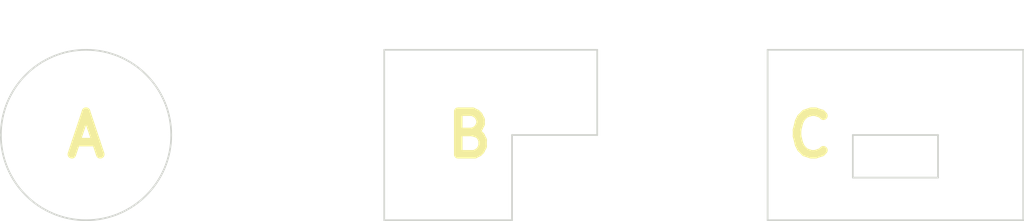
<source format=kicad_pcb>
(kicad_pcb (version 20171130) (host pcbnew 5.1.9-73d0e3b20d~88~ubuntu20.04.1)

  (general
    (thickness 1.6)
    (drawings 18)
    (tracks 0)
    (zones 0)
    (modules 3)
    (nets 1)
  )

  (page A4)
  (layers
    (0 F.Cu signal)
    (31 B.Cu signal)
    (32 B.Adhes user)
    (33 F.Adhes user)
    (34 B.Paste user)
    (35 F.Paste user)
    (36 B.SilkS user)
    (37 F.SilkS user)
    (38 B.Mask user)
    (39 F.Mask user)
    (40 Dwgs.User user)
    (41 Cmts.User user)
    (42 Eco1.User user)
    (43 Eco2.User user)
    (44 Edge.Cuts user)
    (45 Margin user)
    (46 B.CrtYd user)
    (47 F.CrtYd user)
    (48 B.Fab user)
    (49 F.Fab user)
  )

  (setup
    (last_trace_width 0.25)
    (trace_clearance 0.2)
    (zone_clearance 0.508)
    (zone_45_only no)
    (trace_min 0.2)
    (via_size 0.8)
    (via_drill 0.4)
    (via_min_size 0.4)
    (via_min_drill 0.3)
    (uvia_size 0.3)
    (uvia_drill 0.1)
    (uvias_allowed no)
    (uvia_min_size 0.2)
    (uvia_min_drill 0.1)
    (edge_width 0.2)
    (segment_width 0.2)
    (pcb_text_width 0.3)
    (pcb_text_size 1.5 1.5)
    (mod_edge_width 0.12)
    (mod_text_size 1 1)
    (mod_text_width 0.15)
    (pad_size 1.524 1.524)
    (pad_drill 0.762)
    (pad_to_mask_clearance 0)
    (aux_axis_origin 0 0)
    (visible_elements FFFFFF7F)
    (pcbplotparams
      (layerselection 0x010fc_ffffffff)
      (usegerberextensions false)
      (usegerberattributes true)
      (usegerberadvancedattributes true)
      (creategerberjobfile true)
      (excludeedgelayer true)
      (linewidth 0.150000)
      (plotframeref false)
      (viasonmask false)
      (mode 1)
      (useauxorigin false)
      (hpglpennumber 1)
      (hpglpenspeed 20)
      (hpglpendiameter 15.000000)
      (psnegative false)
      (psa4output false)
      (plotreference true)
      (plotvalue true)
      (plotinvisibletext false)
      (padsonsilk false)
      (subtractmaskfromsilk false)
      (outputformat 1)
      (mirror false)
      (drillshape 1)
      (scaleselection 1)
      (outputdirectory ""))
  )

  (net 0 "")

  (net_class Default "This is the default net class."
    (clearance 0.2)
    (trace_width 0.25)
    (via_dia 0.8)
    (via_drill 0.4)
    (uvia_dia 0.3)
    (uvia_drill 0.1)
  )

  (module kikit:Board (layer F.Cu) (tedit 605A1488) (tstamp 605A707C)
    (at 185 90)
    (descr "Mark board for extraction")
    (fp_text reference B3 (at -4.5 -5) (layer Dwgs.User)
      (effects (font (size 1 1) (thickness 0.15)) (justify left))
    )
    (fp_text value Board (at -7.25 -5) (layer Dwgs.User)
      (effects (font (size 1 1) (thickness 0.15)))
    )
    (fp_line (start 0 0) (end -1.25 -4) (layer Dwgs.User) (width 0.2))
    (fp_line (start -1.25 -4) (end -9.25 -4) (layer Dwgs.User) (width 0.2))
    (fp_line (start 0 0) (end 0.5 -1) (layer Dwgs.User) (width 0.2))
    (fp_line (start 0 0) (end -1 -0.5) (layer Dwgs.User) (width 0.2))
  )

  (module kikit:Board (layer F.Cu) (tedit 605A1488) (tstamp 605A706E)
    (at 135 90)
    (descr "Mark board for extraction")
    (fp_text reference B2 (at -4.5 -5) (layer Dwgs.User)
      (effects (font (size 1 1) (thickness 0.15)) (justify left))
    )
    (fp_text value Board (at -7.25 -5) (layer Dwgs.User)
      (effects (font (size 1 1) (thickness 0.15)))
    )
    (fp_line (start 0 0) (end -1 -0.5) (layer Dwgs.User) (width 0.2))
    (fp_line (start 0 0) (end 0.5 -1) (layer Dwgs.User) (width 0.2))
    (fp_line (start -1.25 -4) (end -9.25 -4) (layer Dwgs.User) (width 0.2))
    (fp_line (start 0 0) (end -1.25 -4) (layer Dwgs.User) (width 0.2))
  )

  (module kikit:Board (layer F.Cu) (tedit 605A1488) (tstamp 605A7057)
    (at 100 90)
    (descr "Mark board for extraction")
    (fp_text reference B1 (at -4.5 -5) (layer Dwgs.User)
      (effects (font (size 1 1) (thickness 0.15)) (justify left))
    )
    (fp_text value Board (at -7.25 -5) (layer Dwgs.User)
      (effects (font (size 1 1) (thickness 0.15)))
    )
    (fp_line (start 0 0) (end -1.25 -4) (layer Dwgs.User) (width 0.2))
    (fp_line (start -1.25 -4) (end -9.25 -4) (layer Dwgs.User) (width 0.2))
    (fp_line (start 0 0) (end 0.5 -1) (layer Dwgs.User) (width 0.2))
    (fp_line (start 0 0) (end -1 -0.5) (layer Dwgs.User) (width 0.2))
  )

  (gr_text C (at 185 100) (layer F.SilkS) (tstamp 605A709F)
    (effects (font (size 5 5) (thickness 1)))
  )
  (gr_text B (at 145 100) (layer F.SilkS) (tstamp 605A709D)
    (effects (font (size 5 5) (thickness 1)))
  )
  (gr_text A (at 100 100) (layer F.SilkS)
    (effects (font (size 5 5) (thickness 1)))
  )
  (gr_line (start 200 100) (end 190 100) (layer Edge.Cuts) (width 0.2) (tstamp 605A142A))
  (gr_line (start 200 105) (end 200 100) (layer Edge.Cuts) (width 0.2))
  (gr_line (start 190 105) (end 200 105) (layer Edge.Cuts) (width 0.2))
  (gr_line (start 190 100) (end 190 105) (layer Edge.Cuts) (width 0.2))
  (gr_line (start 210 90) (end 180 90) (layer Edge.Cuts) (width 0.2) (tstamp 605A1425))
  (gr_line (start 210 110) (end 210 90) (layer Edge.Cuts) (width 0.2))
  (gr_line (start 180 110) (end 210 110) (layer Edge.Cuts) (width 0.2))
  (gr_line (start 180 90) (end 180 110) (layer Edge.Cuts) (width 0.2))
  (gr_line (start 150 110) (end 135 110) (layer Edge.Cuts) (width 0.2) (tstamp 605A1415))
  (gr_line (start 150 100) (end 150 110) (layer Edge.Cuts) (width 0.2))
  (gr_line (start 160 100) (end 150 100) (layer Edge.Cuts) (width 0.2))
  (gr_line (start 160 90) (end 160 100) (layer Edge.Cuts) (width 0.2))
  (gr_line (start 135 90) (end 160 90) (layer Edge.Cuts) (width 0.2))
  (gr_line (start 135 110) (end 135 90) (layer Edge.Cuts) (width 0.2))
  (gr_circle (center 100 100) (end 110 100) (layer Edge.Cuts) (width 0.2))

)

</source>
